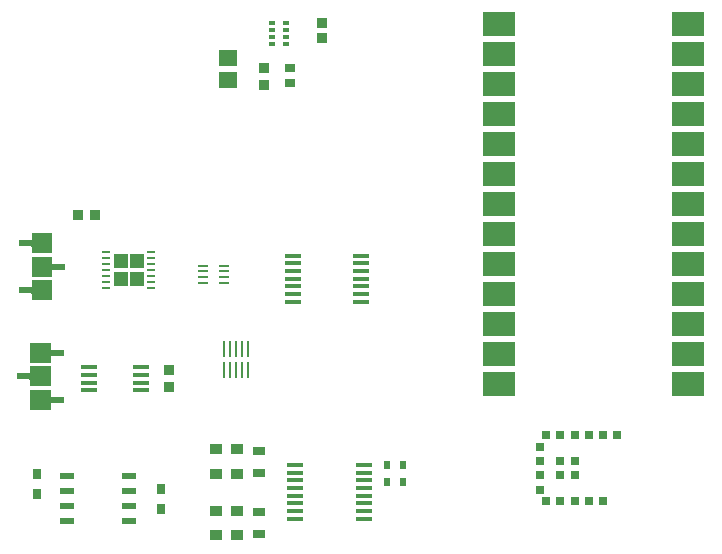
<source format=gtp>
G04*
G04 #@! TF.GenerationSoftware,Altium Limited,Altium Designer,24.2.2 (26)*
G04*
G04 Layer_Color=8421504*
%FSLAX25Y25*%
%MOIN*%
G70*
G04*
G04 #@! TF.SameCoordinates,57EBE310-F326-475D-97A3-4CF97A274748*
G04*
G04*
G04 #@! TF.FilePolarity,Positive*
G04*
G01*
G75*
%ADD19R,0.04520X0.05158*%
%ADD20R,0.05250X0.01700*%
%ADD21R,0.10827X0.07874*%
%ADD22R,0.05512X0.01378*%
%ADD23R,0.03591X0.03772*%
%ADD24R,0.03150X0.03543*%
%ADD25R,0.02756X0.02756*%
G04:AMPARAMS|DCode=26|XSize=21.65mil|YSize=49.21mil|CornerRadius=1.95mil|HoleSize=0mil|Usage=FLASHONLY|Rotation=90.000|XOffset=0mil|YOffset=0mil|HoleType=Round|Shape=RoundedRectangle|*
%AMROUNDEDRECTD26*
21,1,0.02165,0.04532,0,0,90.0*
21,1,0.01776,0.04921,0,0,90.0*
1,1,0.00390,0.02266,0.00888*
1,1,0.00390,0.02266,-0.00888*
1,1,0.00390,-0.02266,-0.00888*
1,1,0.00390,-0.02266,0.00888*
%
%ADD26ROUNDEDRECTD26*%
%ADD27R,0.00800X0.05500*%
%ADD28R,0.03200X0.01000*%
%ADD29R,0.03600X0.01000*%
%ADD30R,0.03772X0.03591*%
%ADD31R,0.02362X0.03150*%
%ADD32R,0.05800X0.01400*%
%ADD33R,0.04134X0.03150*%
%ADD34R,0.03937X0.03543*%
G04:AMPARAMS|DCode=35|XSize=9.84mil|YSize=23.62mil|CornerRadius=1.97mil|HoleSize=0mil|Usage=FLASHONLY|Rotation=270.000|XOffset=0mil|YOffset=0mil|HoleType=Round|Shape=RoundedRectangle|*
%AMROUNDEDRECTD35*
21,1,0.00984,0.01968,0,0,270.0*
21,1,0.00591,0.02362,0,0,270.0*
1,1,0.00394,-0.00984,-0.00295*
1,1,0.00394,-0.00984,0.00295*
1,1,0.00394,0.00984,0.00295*
1,1,0.00394,0.00984,-0.00295*
%
%ADD35ROUNDEDRECTD35*%
%ADD36R,0.03568X0.03367*%
%ADD37R,0.06127X0.05727*%
%ADD38R,0.03740X0.03150*%
%ADD39R,0.02300X0.01200*%
G36*
X110653Y272972D02*
X117347D01*
X117347Y271024D01*
X117374Y270941D01*
X117468Y270795D01*
X117606Y270689D01*
X117771Y270635D01*
X117858Y270630D01*
X117858Y270630D01*
X121756D01*
Y268622D01*
X117858Y268622D01*
X117758Y268612D01*
X117574Y268536D01*
X117433Y268395D01*
X117356Y268210D01*
X117347Y268110D01*
D01*
Y266280D01*
X110653D01*
Y272972D01*
D02*
G37*
G36*
X117347Y280847D02*
X110653D01*
Y278898D01*
X110626Y278815D01*
X110532Y278669D01*
X110394Y278563D01*
X110229Y278509D01*
X110142Y278504D01*
Y278504D01*
X106244Y278504D01*
Y276496D01*
X110142Y276496D01*
X110242Y276486D01*
X110426Y276410D01*
X110567Y276269D01*
X110644Y276084D01*
X110653Y275984D01*
X110653Y275984D01*
Y274153D01*
X117347D01*
Y280847D01*
D02*
G37*
G36*
X110653Y288720D02*
X117347D01*
X117347Y286772D01*
X117374Y286689D01*
X117468Y286543D01*
X117606Y286437D01*
X117771Y286383D01*
X117858Y286378D01*
X117858Y286378D01*
X121756D01*
Y284370D01*
X117858Y284370D01*
X117758Y284360D01*
X117574Y284284D01*
X117433Y284143D01*
X117356Y283958D01*
X117347Y283858D01*
D01*
Y282028D01*
X110653D01*
Y288720D01*
D02*
G37*
G36*
X117847Y302780D02*
X111153D01*
Y304728D01*
X111126Y304811D01*
X111032Y304957D01*
X110894Y305063D01*
X110729Y305117D01*
X110642Y305122D01*
D01*
X106744D01*
Y307130D01*
X110642D01*
X110742Y307140D01*
X110926Y307216D01*
X111067Y307357D01*
X111144Y307542D01*
X111153Y307642D01*
X111153Y307642D01*
Y309472D01*
X117847D01*
Y302780D01*
D02*
G37*
G36*
X111153Y310653D02*
X117847D01*
X117847Y312602D01*
X117874Y312685D01*
X117968Y312831D01*
X118106Y312937D01*
X118271Y312991D01*
X118358Y312996D01*
X118358D01*
X122256Y312996D01*
Y315004D01*
X118358D01*
X118258Y315014D01*
X118074Y315090D01*
X117933Y315231D01*
X117856Y315416D01*
X117847Y315516D01*
D01*
Y317347D01*
X111153D01*
Y310653D01*
D02*
G37*
G36*
X117847Y318528D02*
X111153D01*
Y320476D01*
X111126Y320559D01*
X111032Y320705D01*
X110894Y320811D01*
X110729Y320865D01*
X110642Y320870D01*
D01*
X106744D01*
Y322878D01*
X110642D01*
X110742Y322888D01*
X110926Y322964D01*
X111067Y323105D01*
X111144Y323290D01*
X111153Y323390D01*
X111153Y323390D01*
Y325220D01*
X117847D01*
Y318528D01*
D02*
G37*
D19*
X140815Y310024D02*
D03*
X146122D02*
D03*
Y315968D02*
D03*
X140815D02*
D03*
D20*
X130111Y272807D02*
D03*
X147561Y280484D02*
D03*
Y277925D02*
D03*
Y275366D02*
D03*
Y272807D02*
D03*
X130111Y275366D02*
D03*
Y277925D02*
D03*
Y280484D02*
D03*
D21*
X329996Y274800D02*
D03*
Y284800D02*
D03*
Y294800D02*
D03*
Y304800D02*
D03*
Y314800D02*
D03*
Y324800D02*
D03*
Y334800D02*
D03*
Y344800D02*
D03*
Y354800D02*
D03*
Y364800D02*
D03*
Y374800D02*
D03*
Y384800D02*
D03*
Y394800D02*
D03*
X267004Y274800D02*
D03*
Y284800D02*
D03*
Y294800D02*
D03*
Y304800D02*
D03*
Y314800D02*
D03*
Y324800D02*
D03*
Y334800D02*
D03*
Y344800D02*
D03*
Y354800D02*
D03*
Y364800D02*
D03*
Y374800D02*
D03*
Y384800D02*
D03*
Y394800D02*
D03*
D22*
X220819Y317677D02*
D03*
X198181Y302323D02*
D03*
X220819D02*
D03*
Y304882D02*
D03*
Y307441D02*
D03*
Y310000D02*
D03*
Y312559D02*
D03*
Y315118D02*
D03*
X198181Y304882D02*
D03*
Y307441D02*
D03*
Y310000D02*
D03*
Y312559D02*
D03*
Y315118D02*
D03*
Y317677D02*
D03*
D23*
X156830Y279508D02*
D03*
Y273783D02*
D03*
X188369Y380327D02*
D03*
Y374603D02*
D03*
D24*
X112915Y238377D02*
D03*
Y245070D02*
D03*
X154336Y233277D02*
D03*
Y239970D02*
D03*
D25*
X301506Y257824D02*
D03*
X296781D02*
D03*
X292057D02*
D03*
X301506Y235776D02*
D03*
X296781D02*
D03*
X292057D02*
D03*
X287332D02*
D03*
X282608D02*
D03*
X287332Y257824D02*
D03*
X280639Y253887D02*
D03*
Y249162D02*
D03*
Y244438D02*
D03*
Y239713D02*
D03*
X306230Y257824D02*
D03*
X292057Y249162D02*
D03*
X287332D02*
D03*
Y244438D02*
D03*
X282608Y257824D02*
D03*
X292057Y244438D02*
D03*
D26*
X143671Y244223D02*
D03*
X123002D02*
D03*
Y239223D02*
D03*
Y234223D02*
D03*
X143671Y239223D02*
D03*
Y234223D02*
D03*
Y229223D02*
D03*
X123002D02*
D03*
D27*
X183038Y279650D02*
D03*
X181069D02*
D03*
X179100D02*
D03*
X175162D02*
D03*
Y286750D02*
D03*
X177131D02*
D03*
X179100D02*
D03*
X181069D02*
D03*
X183038D02*
D03*
X177131Y279650D02*
D03*
D28*
X175181Y314429D02*
D03*
Y312461D02*
D03*
Y310492D02*
D03*
Y308524D02*
D03*
X168094Y312461D02*
D03*
Y308524D02*
D03*
Y310492D02*
D03*
D29*
X168294Y314429D02*
D03*
D30*
X126557Y331400D02*
D03*
X132281D02*
D03*
D31*
X229574Y242303D02*
D03*
X234692D02*
D03*
Y247832D02*
D03*
X229574D02*
D03*
D32*
X222000Y245398D02*
D03*
X199000Y237720D02*
D03*
Y240280D02*
D03*
X222000Y247957D02*
D03*
Y242839D02*
D03*
Y240280D02*
D03*
Y237720D02*
D03*
Y235161D02*
D03*
Y232602D02*
D03*
Y230043D02*
D03*
X199000D02*
D03*
Y232602D02*
D03*
Y235161D02*
D03*
Y242839D02*
D03*
Y245398D02*
D03*
Y247957D02*
D03*
D33*
X186965Y224858D02*
D03*
Y232142D02*
D03*
Y252717D02*
D03*
Y245434D02*
D03*
D34*
X179543Y224444D02*
D03*
X172457D02*
D03*
X179543Y245000D02*
D03*
X172457D02*
D03*
X179543Y232728D02*
D03*
X172457D02*
D03*
Y253285D02*
D03*
X179543D02*
D03*
D35*
X150949Y309059D02*
D03*
Y311028D02*
D03*
Y312996D02*
D03*
Y314965D02*
D03*
Y316933D02*
D03*
X135988Y307090D02*
D03*
Y309059D02*
D03*
Y311028D02*
D03*
Y312996D02*
D03*
Y314965D02*
D03*
Y316933D02*
D03*
Y318902D02*
D03*
X150949D02*
D03*
Y307090D02*
D03*
D36*
X207732Y395345D02*
D03*
Y390420D02*
D03*
D37*
X176495Y376313D02*
D03*
Y383603D02*
D03*
D38*
X197133Y380352D02*
D03*
Y375431D02*
D03*
D39*
X195983Y395345D02*
D03*
Y392983D02*
D03*
Y390621D02*
D03*
Y388259D02*
D03*
X191083D02*
D03*
Y390621D02*
D03*
Y392983D02*
D03*
Y395345D02*
D03*
M02*

</source>
